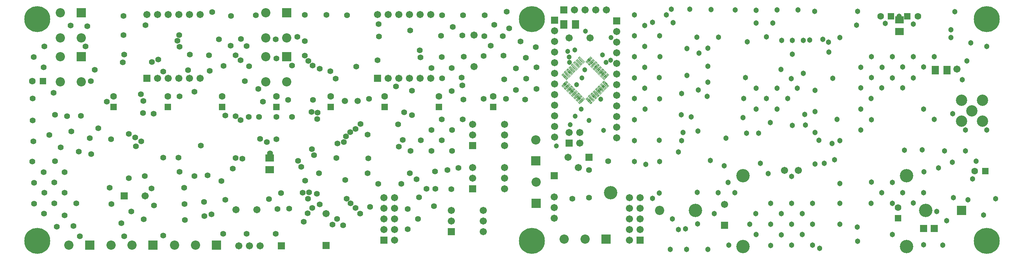
<source format=gts>
%FSLAX43Y43*%
%MOMM*%
G71*
G01*
G75*
%ADD10C,0.300*%
%ADD11C,0.125*%
%ADD12R,1.800X1.600*%
%ADD13R,1.600X1.800*%
%ADD14C,0.400*%
%ADD15C,0.500*%
%ADD16C,0.600*%
%ADD17C,1.000*%
%ADD18C,0.254*%
%ADD19R,1.500X1.500*%
%ADD20C,1.500*%
%ADD21R,2.000X2.000*%
%ADD22C,1.500*%
%ADD23R,1.500X1.500*%
%ADD24C,6.000*%
%ADD25C,3.000*%
%ADD26C,2.000*%
%ADD27R,1.400X1.400*%
%ADD28C,1.400*%
%ADD29C,1.300*%
%ADD30C,2.500*%
%ADD31C,1.000*%
%ADD32C,1.200*%
%ADD33C,1.100*%
%ADD34R,2.300X2.300*%
%ADD35C,0.075*%
%ADD36R,1.300X0.850*%
%ADD37R,3.000X1.500*%
%ADD38R,9.300X12.200*%
%ADD39R,0.300X1.600*%
%ADD40R,0.600X2.200*%
%ADD41R,0.850X1.300*%
%ADD42R,3.000X4.000*%
%ADD43R,0.600X1.600*%
%ADD44O,0.600X1.600*%
%ADD45O,1.600X0.600*%
%ADD46R,4.000X3.000*%
%ADD47R,3.500X8.000*%
%ADD48R,0.950X0.900*%
%ADD49R,0.950X0.900*%
%ADD50R,1.450X0.550*%
%ADD51R,1.050X2.100*%
%ADD52R,10.500X10.300*%
%ADD53R,1.500X0.400*%
%ADD54R,1.500X3.000*%
%ADD55C,1.500*%
%ADD56R,2.003X1.803*%
%ADD57R,1.803X2.003*%
%ADD58R,1.703X1.703*%
%ADD59C,1.703*%
%ADD60R,2.203X2.203*%
%ADD61C,1.703*%
%ADD62R,1.703X1.703*%
%ADD63C,6.203*%
%ADD64C,3.203*%
%ADD65C,2.203*%
%ADD66R,1.603X1.603*%
%ADD67C,1.603*%
%ADD68C,1.503*%
%ADD69C,2.703*%
%ADD70C,1.203*%
%ADD71C,1.403*%
%ADD72C,1.303*%
D11*
X136539Y39709D02*
X136948Y40118D01*
X138170Y38896D01*
X137761Y38487D01*
X136539Y39709D01*
X136687D02*
X136948Y39970D01*
X138023Y38896D01*
X137761Y38634D01*
X136687Y39709D01*
X136834D02*
X136948Y39823D01*
X137876Y38896D01*
X137761Y38781D01*
X136834Y39709D01*
X136956Y39683D02*
X137754Y38921D01*
X134842Y38012D02*
X135251Y38420D01*
X136473Y37198D01*
X136064Y36790D01*
X134842Y38012D01*
X134990D02*
X135251Y38273D01*
X136326Y37198D01*
X136064Y36937D01*
X134990Y38012D01*
X135137D02*
X135251Y38126D01*
X136179Y37198D01*
X136064Y37084D01*
X135137Y38012D01*
X135259Y37986D02*
X136057Y37224D01*
X136948Y43684D02*
X136539Y44093D01*
X137761Y45315D01*
X138170Y44906D01*
X136948Y43684D01*
Y43831D02*
X136687Y44093D01*
X137761Y45167D01*
X138023Y44906D01*
X136948Y43831D01*
Y43978D02*
X136834Y44093D01*
X137761Y45020D01*
X137876Y44906D01*
X136948Y43978D01*
X136974Y44100D02*
X137736Y44898D01*
X137514Y43118D02*
X137105Y43527D01*
X138327Y44749D01*
X138736Y44340D01*
X137514Y43118D01*
Y43265D02*
X137252Y43527D01*
X138327Y44602D01*
X138589Y44340D01*
X137514Y43265D01*
Y43413D02*
X137400Y43527D01*
X138327Y44454D01*
X138441Y44340D01*
X137514Y43413D01*
X137539Y43535D02*
X138302Y44333D01*
X135974Y39143D02*
X136383Y39552D01*
X137605Y38330D01*
X137196Y37921D01*
X135974Y39143D01*
X136121D02*
X136383Y39405D01*
X137457Y38330D01*
X137196Y38068D01*
X136121Y39143D01*
X136268D02*
X136383Y39257D01*
X137310Y38330D01*
X137196Y38216D01*
X136268Y39143D01*
X136390Y39117D02*
X137188Y38355D01*
X131342Y46037D02*
X131751Y46446D01*
X132973Y45224D01*
X132564Y44815D01*
X131342Y46037D01*
X131489D02*
X131751Y46299D01*
X132826Y45224D01*
X132564Y44963D01*
X131489Y46037D01*
X131637D02*
X131751Y46152D01*
X132678Y45224D01*
X132564Y45110D01*
X131637Y46037D01*
X131759Y46012D02*
X132557Y45250D01*
X138645Y41987D02*
X138236Y42396D01*
X139458Y43618D01*
X139867Y43209D01*
X138645Y41987D01*
Y42134D02*
X138384Y42396D01*
X139458Y43470D01*
X139720Y43209D01*
X138645Y42134D01*
Y42281D02*
X138531Y42396D01*
X139458Y43323D01*
X139573Y43209D01*
X138645Y42281D01*
X138671Y42403D02*
X139433Y43201D01*
X138080Y42553D02*
X137671Y42961D01*
X138893Y44183D01*
X139302Y43775D01*
X138080Y42553D01*
Y42700D02*
X137818Y42961D01*
X138893Y44036D01*
X139154Y43775D01*
X138080Y42700D01*
Y42847D02*
X137965Y42961D01*
X138893Y43889D01*
X139007Y43775D01*
X138080Y42847D01*
X138105Y42969D02*
X138867Y43767D01*
X136383Y44250D02*
X135974Y44658D01*
X137196Y45880D01*
X137605Y45472D01*
X136383Y44250D01*
Y44397D02*
X136121Y44658D01*
X137196Y45733D01*
X137457Y45472D01*
X136383Y44397D01*
Y44544D02*
X136268Y44658D01*
X137196Y45586D01*
X137310Y45472D01*
X136383Y44544D01*
X136408Y44666D02*
X137170Y45464D01*
X135817Y44815D02*
X135408Y45224D01*
X136630Y46446D01*
X137039Y46037D01*
X135817Y44815D01*
Y44963D02*
X135555Y45224D01*
X136630Y46299D01*
X136892Y46037D01*
X135817Y44963D01*
Y45110D02*
X135703Y45224D01*
X136630Y46152D01*
X136744Y46037D01*
X135817Y45110D01*
X135842Y45232D02*
X136605Y46030D01*
X135251Y45381D02*
X134842Y45790D01*
X136064Y47012D01*
X136473Y46603D01*
X135251Y45381D01*
Y45528D02*
X134990Y45790D01*
X136064Y46865D01*
X136326Y46603D01*
X135251Y45528D01*
Y45676D02*
X135137Y45790D01*
X136064Y46717D01*
X136179Y46603D01*
X135251Y45676D01*
X135277Y45797D02*
X136039Y46595D01*
X134686Y45947D02*
X134277Y46355D01*
X135499Y47577D01*
X135908Y47169D01*
X134686Y45947D01*
Y46094D02*
X134424Y46355D01*
X135499Y47430D01*
X135760Y47169D01*
X134686Y46094D01*
Y46241D02*
X134571Y46355D01*
X135499Y47283D01*
X135613Y47169D01*
X134686Y46241D01*
X134711Y46363D02*
X135473Y47161D01*
X134277Y37446D02*
X134686Y37855D01*
X135908Y36633D01*
X135499Y36224D01*
X134277Y37446D01*
X134424D02*
X134686Y37707D01*
X135760Y36633D01*
X135499Y36371D01*
X134424Y37446D01*
X134571D02*
X134686Y37560D01*
X135613Y36633D01*
X135499Y36519D01*
X134571Y37446D01*
X134693Y37420D02*
X135491Y36658D01*
X135408Y38577D02*
X135817Y38986D01*
X137039Y37764D01*
X136630Y37355D01*
X135408Y38577D01*
X135555D02*
X135817Y38839D01*
X136892Y37764D01*
X136630Y37503D01*
X135555Y38577D01*
X135703D02*
X135817Y38692D01*
X136744Y37764D01*
X136630Y37650D01*
X135703Y38577D01*
X135824Y38552D02*
X136622Y37790D01*
X137105Y40274D02*
X137514Y40683D01*
X138736Y39461D01*
X138327Y39052D01*
X137105Y40274D01*
X137252D02*
X137514Y40536D01*
X138589Y39461D01*
X138327Y39200D01*
X137252Y40274D01*
X137400D02*
X137514Y40389D01*
X138441Y39461D01*
X138327Y39347D01*
X137400Y40274D01*
X137521Y40249D02*
X138320Y39487D01*
X137671Y40840D02*
X138080Y41249D01*
X139302Y40027D01*
X138893Y39618D01*
X137671Y40840D01*
X137818D02*
X138080Y41102D01*
X139154Y40027D01*
X138893Y39765D01*
X137818Y40840D01*
X137965D02*
X138080Y40954D01*
X139007Y40027D01*
X138893Y39913D01*
X137965Y40840D01*
X138087Y40815D02*
X138885Y40052D01*
X138236Y41406D02*
X138645Y41815D01*
X139867Y40593D01*
X139458Y40184D01*
X138236Y41406D01*
X138384D02*
X138645Y41667D01*
X139720Y40593D01*
X139458Y40331D01*
X138384Y41406D01*
X138531D02*
X138645Y41520D01*
X139573Y40593D01*
X139458Y40478D01*
X138531Y41406D01*
X138653Y41380D02*
X139451Y40618D01*
X132882Y36224D02*
X132474Y36633D01*
X133696Y37855D01*
X134104Y37446D01*
X132882Y36224D01*
Y36371D02*
X132621Y36633D01*
X133696Y37707D01*
X133957Y37446D01*
X132882Y36371D01*
Y36518D02*
X132768Y36633D01*
X133696Y37560D01*
X133810Y37446D01*
X132882Y36518D01*
X132908Y36640D02*
X133670Y37438D01*
X132317Y36790D02*
X131908Y37198D01*
X133130Y38420D01*
X133539Y38012D01*
X132317Y36790D01*
Y36937D02*
X132055Y37198D01*
X133130Y38273D01*
X133391Y38012D01*
X132317Y36937D01*
Y37084D02*
X132202Y37198D01*
X133130Y38126D01*
X133244Y38012D01*
X132317Y37084D01*
X132342Y37206D02*
X133104Y38004D01*
X131751Y37355D02*
X131342Y37764D01*
X132564Y38986D01*
X132973Y38577D01*
X131751Y37355D01*
Y37503D02*
X131489Y37764D01*
X132564Y38839D01*
X132826Y38577D01*
X131751Y37503D01*
Y37650D02*
X131637Y37764D01*
X132564Y38692D01*
X132678Y38577D01*
X131751Y37650D01*
X131777Y37772D02*
X132539Y38570D01*
X131185Y37921D02*
X130776Y38330D01*
X131998Y39552D01*
X132407Y39143D01*
X131185Y37921D01*
Y38068D02*
X130924Y38330D01*
X131998Y39405D01*
X132260Y39143D01*
X131185Y38068D01*
Y38216D02*
X131071Y38330D01*
X131998Y39257D01*
X132113Y39143D01*
X131185Y38216D01*
X131211Y38337D02*
X131973Y39135D01*
X130620Y38487D02*
X130211Y38896D01*
X131433Y40118D01*
X131842Y39709D01*
X130620Y38487D01*
Y38634D02*
X130358Y38896D01*
X131433Y39970D01*
X131694Y39709D01*
X130620Y38634D01*
Y38781D02*
X130505Y38896D01*
X131433Y39823D01*
X131547Y39709D01*
X130620Y38781D01*
X130645Y38903D02*
X131407Y39701D01*
X130054Y39052D02*
X129645Y39461D01*
X130867Y40683D01*
X131276Y40274D01*
X130054Y39052D01*
Y39200D02*
X129792Y39461D01*
X130867Y40536D01*
X131129Y40274D01*
X130054Y39200D01*
Y39347D02*
X129940Y39461D01*
X130867Y40389D01*
X130981Y40274D01*
X130054Y39347D01*
X130079Y39469D02*
X130842Y40267D01*
X129488Y39618D02*
X129079Y40027D01*
X130301Y41249D01*
X130710Y40840D01*
X129488Y39618D01*
Y39765D02*
X129227Y40027D01*
X130301Y41102D01*
X130563Y40840D01*
X129488Y39765D01*
Y39913D02*
X129374Y40027D01*
X130301Y40954D01*
X130416Y40840D01*
X129488Y39913D01*
X129514Y40034D02*
X130276Y40832D01*
X128923Y40184D02*
X128514Y40593D01*
X129736Y41815D01*
X130145Y41406D01*
X128923Y40184D01*
Y40331D02*
X128661Y40593D01*
X129736Y41667D01*
X129997Y41406D01*
X128923Y40331D01*
Y40478D02*
X128808Y40593D01*
X129736Y41520D01*
X129850Y41406D01*
X128923Y40478D01*
X128948Y40600D02*
X129710Y41398D01*
X128514Y43209D02*
X128923Y43618D01*
X130145Y42396D01*
X129736Y41987D01*
X128514Y43209D01*
X128661D02*
X128923Y43470D01*
X129997Y42396D01*
X129736Y42134D01*
X128661Y43209D01*
X128808D02*
X128923Y43323D01*
X129850Y42396D01*
X129736Y42281D01*
X128808Y43209D01*
X128930Y43183D02*
X129728Y42421D01*
X129079Y43775D02*
X129488Y44183D01*
X130710Y42961D01*
X130301Y42553D01*
X129079Y43775D01*
X129227D02*
X129488Y44036D01*
X130563Y42961D01*
X130301Y42700D01*
X129227Y43775D01*
X129374D02*
X129488Y43889D01*
X130416Y42961D01*
X130301Y42847D01*
X129374Y43775D01*
X129496Y43749D02*
X130294Y42987D01*
X129645Y44340D02*
X130054Y44749D01*
X131276Y43527D01*
X130867Y43118D01*
X129645Y44340D01*
X129792D02*
X130054Y44602D01*
X131129Y43527D01*
X130867Y43266D01*
X129792Y44340D01*
X129940D02*
X130054Y44454D01*
X130981Y43527D01*
X130867Y43413D01*
X129940Y44340D01*
X130062Y44315D02*
X130860Y43553D01*
X130211Y44906D02*
X130620Y45315D01*
X131842Y44093D01*
X131433Y43684D01*
X130211Y44906D01*
X130358D02*
X130620Y45167D01*
X131694Y44093D01*
X131433Y43831D01*
X130358Y44906D01*
X130505D02*
X130620Y45020D01*
X131547Y44093D01*
X131433Y43979D01*
X130505Y44906D01*
X130627Y44880D02*
X131425Y44118D01*
X130776Y45472D02*
X131185Y45880D01*
X132407Y44658D01*
X131998Y44250D01*
X130776Y45472D01*
X130924D02*
X131185Y45733D01*
X132260Y44658D01*
X131998Y44397D01*
X130924Y45472D01*
X131071D02*
X131185Y45586D01*
X132113Y44658D01*
X131998Y44544D01*
X131071Y45472D01*
X131193Y45446D02*
X131991Y44684D01*
X131908Y46603D02*
X132317Y47012D01*
X133539Y45790D01*
X133130Y45381D01*
X131908Y46603D01*
X132055D02*
X132317Y46865D01*
X133391Y45790D01*
X133130Y45528D01*
X132055Y46603D01*
X132203D02*
X132317Y46717D01*
X133244Y45790D01*
X133130Y45676D01*
X132203Y46603D01*
X132324Y46577D02*
X133122Y45815D01*
X132474Y47169D02*
X132882Y47577D01*
X134104Y46355D01*
X133696Y45947D01*
X132474Y47169D01*
X132621D02*
X132882Y47430D01*
X133957Y46355D01*
X133696Y46094D01*
X132621Y47169D01*
X132768D02*
X132882Y47283D01*
X133810Y46355D01*
X133696Y46241D01*
X132768Y47169D01*
X132890Y47143D02*
X133688Y46381D01*
D56*
X58907Y23287D02*
D03*
X58907Y20487D02*
D03*
X209182Y56288D02*
D03*
X209182Y53488D02*
D03*
D57*
X129112Y55207D02*
D03*
X131912Y55207D02*
D03*
X217788Y44293D02*
D03*
X220588D02*
D03*
D58*
X135100Y23500D02*
D03*
X130400Y26900D02*
D03*
X141700Y56100D02*
D03*
X129100Y58700D02*
D03*
X126900Y56200D02*
D03*
X86200Y3700D02*
D03*
X29650Y42380D02*
D03*
X72400Y2375D02*
D03*
X84650Y42380D02*
D03*
X24199Y14207D02*
D03*
X61708Y2291D02*
D03*
X126833Y19108D02*
D03*
X167493Y7199D02*
D03*
X215005Y6412D02*
D03*
X217505D02*
D03*
X147300Y3700D02*
D03*
D59*
X130400Y29440D02*
D03*
X132940Y26900D02*
D03*
Y29440D02*
D03*
X141700Y53560D02*
D03*
Y51020D02*
D03*
Y48480D02*
D03*
Y45940D02*
D03*
Y43400D02*
D03*
Y40860D02*
D03*
Y38320D02*
D03*
Y35780D02*
D03*
Y33240D02*
D03*
Y30700D02*
D03*
Y28160D02*
D03*
X131640Y58700D02*
D03*
X134180D02*
D03*
X136720D02*
D03*
X139260D02*
D03*
X126900Y53660D02*
D03*
Y51120D02*
D03*
Y48580D02*
D03*
Y46040D02*
D03*
Y43500D02*
D03*
Y40960D02*
D03*
Y38420D02*
D03*
Y35880D02*
D03*
Y33340D02*
D03*
Y30800D02*
D03*
Y28260D02*
D03*
X88740Y13860D02*
D03*
X86200D02*
D03*
X88740Y11320D02*
D03*
X86200D02*
D03*
X88740Y8780D02*
D03*
X86200Y8780D02*
D03*
X88740Y6240D02*
D03*
X86200D02*
D03*
X88740Y3700D02*
D03*
X72400Y10010D02*
D03*
X97350Y57620D02*
D03*
X94810D02*
D03*
X92270D02*
D03*
X89730D02*
D03*
X87190D02*
D03*
X84650D02*
D03*
X97350Y42380D02*
D03*
X94810D02*
D03*
X92270D02*
D03*
X89730D02*
D03*
X87190D02*
D03*
X42350Y57620D02*
D03*
X39810D02*
D03*
X37270D02*
D03*
X34730D02*
D03*
X32190D02*
D03*
X29650D02*
D03*
X42350Y42380D02*
D03*
X39810D02*
D03*
X37270D02*
D03*
X34730D02*
D03*
X32190D02*
D03*
X29199Y14207D02*
D03*
X51548Y2291D02*
D03*
X54088D02*
D03*
X56628D02*
D03*
X55908Y10900D02*
D03*
X50908Y10900D02*
D03*
X126833Y8948D02*
D03*
X126833Y11488D02*
D03*
Y14028D02*
D03*
X135408Y52000D02*
D03*
X130408Y52000D02*
D03*
X132600Y21000D02*
D03*
X130100Y23500D02*
D03*
X107700Y52650D02*
D03*
Y45150D02*
D03*
X167493Y12199D02*
D03*
X144760Y3700D02*
D03*
X147300Y6240D02*
D03*
X144760D02*
D03*
X147300Y8780D02*
D03*
X144760Y8780D02*
D03*
X147300Y11320D02*
D03*
X144760D02*
D03*
X147300Y13860D02*
D03*
X144760D02*
D03*
X222925Y44525D02*
D03*
X185075Y20350D02*
D03*
X181750Y20325D02*
D03*
D60*
X13999Y58009D02*
D03*
X139225Y3899D02*
D03*
X46201Y2499D02*
D03*
X31101D02*
D03*
X122408Y22606D02*
D03*
X122508Y12506D02*
D03*
X16006Y2508D02*
D03*
X62999Y58009D02*
D03*
X62999Y47509D02*
D03*
X13999Y47509D02*
D03*
X224000Y10800D02*
D03*
D61*
X109910Y10740D02*
D03*
Y8200D02*
D03*
Y5660D02*
D03*
X102290Y10740D02*
D03*
Y8200D02*
D03*
X115010Y21040D02*
D03*
X115010Y18500D02*
D03*
X115010Y15960D02*
D03*
X107390Y21040D02*
D03*
Y18500D02*
D03*
X115010Y31340D02*
D03*
Y28800D02*
D03*
Y26260D02*
D03*
X107390Y31340D02*
D03*
Y28800D02*
D03*
D62*
X102290Y5660D02*
D03*
X107390Y15960D02*
D03*
X107390Y26260D02*
D03*
D63*
X3500Y3500D02*
D03*
X121500D02*
D03*
Y56500D02*
D03*
X3500D02*
D03*
X230000D02*
D03*
Y3500D02*
D03*
D64*
X140324Y14975D02*
D03*
X210900Y2100D02*
D03*
Y19100D02*
D03*
X171900D02*
D03*
Y2100D02*
D03*
X160500Y10800D02*
D03*
X215500D02*
D03*
D65*
X21101Y2499D02*
D03*
X134225Y3899D02*
D03*
X129225D02*
D03*
X41201Y2499D02*
D03*
X36201D02*
D03*
X26101D02*
D03*
X122408Y27606D02*
D03*
X122508Y17506D02*
D03*
X11006Y2508D02*
D03*
X8999Y52009D02*
D03*
X13999Y52009D02*
D03*
X8999Y58009D02*
D03*
X57999D02*
D03*
X62999Y52009D02*
D03*
X57999D02*
D03*
Y41509D02*
D03*
X62999D02*
D03*
X57999Y47509D02*
D03*
X8999D02*
D03*
X13999Y41509D02*
D03*
X8999D02*
D03*
X152000Y10800D02*
D03*
D66*
X21683Y35511D02*
D03*
X34626Y35511D02*
D03*
X47569Y35511D02*
D03*
X60512D02*
D03*
X73455Y35511D02*
D03*
X86398Y35511D02*
D03*
X99340Y35511D02*
D03*
X112283Y35511D02*
D03*
X4789Y41692D02*
D03*
X208892Y8911D02*
D03*
X207189Y57192D02*
D03*
X211111Y57208D02*
D03*
X229689Y20192D02*
D03*
D67*
X21683Y38011D02*
D03*
X34626D02*
D03*
X47569D02*
D03*
X60512D02*
D03*
X73455D02*
D03*
X86398D02*
D03*
X99340D02*
D03*
X112283D02*
D03*
X2289Y41692D02*
D03*
X208892Y11411D02*
D03*
X204689Y57192D02*
D03*
X213611Y57208D02*
D03*
X227189Y20192D02*
D03*
D68*
X76850Y36900D02*
D03*
X79950D02*
D03*
D69*
X229000Y37100D02*
D03*
X226500Y34600D02*
D03*
X224000Y37100D02*
D03*
Y32100D02*
D03*
X229000D02*
D03*
D70*
X130400Y47450D02*
D03*
X130025Y48825D02*
D03*
X138600Y29925D02*
D03*
X127375Y26200D02*
D03*
X130650Y31300D02*
D03*
X131825Y33300D02*
D03*
X133250Y35000D02*
D03*
X137925Y37325D02*
D03*
X140325Y46675D02*
D03*
X134125Y44400D02*
D03*
X130482Y46175D02*
D03*
X135150Y32300D02*
D03*
X139150Y46125D02*
D03*
X138375Y47950D02*
D03*
X133404Y42400D02*
D03*
X131775Y49125D02*
D03*
X134300Y53650D02*
D03*
X140375Y52100D02*
D03*
X132125Y40800D02*
D03*
D71*
X116100Y54300D02*
D03*
X20100Y36750D02*
D03*
X74700Y42275D02*
D03*
X64300Y45425D02*
D03*
X57300Y36750D02*
D03*
X63325Y37200D02*
D03*
X131149Y13525D02*
D03*
X139674Y22525D02*
D03*
X135149Y20450D02*
D03*
Y13825D02*
D03*
X110275Y57400D02*
D03*
X105100Y57450D02*
D03*
X100075Y57400D02*
D03*
X102600Y54625D02*
D03*
X104925Y52600D02*
D03*
X110150Y52400D02*
D03*
X104750Y42500D02*
D03*
X100100Y42350D02*
D03*
X102400Y44800D02*
D03*
X97575D02*
D03*
X100000Y47450D02*
D03*
X105250Y47500D02*
D03*
X109975Y47700D02*
D03*
X82650Y37400D02*
D03*
X92900Y39400D02*
D03*
X102400Y39325D02*
D03*
X110000Y37425D02*
D03*
X105125Y37300D02*
D03*
X122625Y45000D02*
D03*
X122600Y39825D02*
D03*
X119900Y37250D02*
D03*
X120175Y42300D02*
D03*
X120025Y47300D02*
D03*
X117650Y44700D02*
D03*
X117700Y39575D02*
D03*
X115300Y37425D02*
D03*
X114875Y42100D02*
D03*
X114750Y47800D02*
D03*
X114550Y52400D02*
D03*
X112550Y55100D02*
D03*
X115500Y58275D02*
D03*
X118800Y51150D02*
D03*
X122400Y49825D02*
D03*
X33550Y44000D02*
D03*
X25900Y10550D02*
D03*
X25350Y18500D02*
D03*
X20700Y16150D02*
D03*
X21150Y12300D02*
D03*
X33500Y4775D02*
D03*
X13650Y4600D02*
D03*
X12100Y7025D02*
D03*
X8125Y6900D02*
D03*
X2300Y22450D02*
D03*
X7675Y22500D02*
D03*
X12775Y12500D02*
D03*
X9950Y9600D02*
D03*
X5100Y10000D02*
D03*
X2700Y12375D02*
D03*
X2750Y17400D02*
D03*
X7550Y12500D02*
D03*
X10000Y15025D02*
D03*
X5150Y15000D02*
D03*
X7500Y17475D02*
D03*
X9950Y19900D02*
D03*
X5000Y19925D02*
D03*
X15425Y54800D02*
D03*
X15025Y50000D02*
D03*
X16225Y41700D02*
D03*
X11450Y55000D02*
D03*
X60500Y47075D02*
D03*
X60400Y51675D02*
D03*
X84900Y55325D02*
D03*
X77400Y57450D02*
D03*
X72450Y57500D02*
D03*
X67300Y57525D02*
D03*
X52100Y51725D02*
D03*
X45200Y58150D02*
D03*
X29300Y55050D02*
D03*
X23900Y46125D02*
D03*
X28800Y36925D02*
D03*
X28700Y34025D02*
D03*
X21075Y27800D02*
D03*
X16000Y28050D02*
D03*
X11600Y29625D02*
D03*
X7725Y33600D02*
D03*
X7350Y38900D02*
D03*
X6350Y28800D02*
D03*
X2500Y27250D02*
D03*
X2400Y32275D02*
D03*
Y37550D02*
D03*
X5025Y45000D02*
D03*
X2600Y47450D02*
D03*
X5150Y50000D02*
D03*
X38700Y8475D02*
D03*
X38575Y12300D02*
D03*
X31300Y11925D02*
D03*
X28900Y8650D02*
D03*
X29100Y18950D02*
D03*
X33500Y23425D02*
D03*
X37175Y23400D02*
D03*
X37425Y20000D02*
D03*
X38550Y16200D02*
D03*
X44100Y19125D02*
D03*
X40950Y19000D02*
D03*
X52375Y23100D02*
D03*
X47400Y17800D02*
D03*
X50100Y20750D02*
D03*
X47800Y5150D02*
D03*
X53400D02*
D03*
X73900Y7400D02*
D03*
X67025Y8100D02*
D03*
X63625Y11200D02*
D03*
X65700Y22650D02*
D03*
X67400Y17925D02*
D03*
X70675Y19700D02*
D03*
X82275D02*
D03*
X92400Y19675D02*
D03*
X82900Y11625D02*
D03*
X91900Y6275D02*
D03*
X94350Y8700D02*
D03*
X91900Y11125D02*
D03*
X94550Y13900D02*
D03*
X98500Y15975D02*
D03*
X98125Y11800D02*
D03*
X102300Y15850D02*
D03*
X105000Y32525D02*
D03*
X97500Y30000D02*
D03*
X100025Y32525D02*
D03*
X102475Y30000D02*
D03*
Y24975D02*
D03*
X100025Y27500D02*
D03*
X97500Y24975D02*
D03*
X94975Y27500D02*
D03*
X92525Y24975D02*
D03*
X89575Y31325D02*
D03*
X82325Y28875D02*
D03*
X64300Y33125D02*
D03*
X60550Y33100D02*
D03*
X56425D02*
D03*
X68950Y34300D02*
D03*
X69225Y37200D02*
D03*
X70350Y34150D02*
D03*
X59000Y24425D02*
D03*
X42475Y26225D02*
D03*
X27000Y26075D02*
D03*
X60775Y11075D02*
D03*
X30700Y16050D02*
D03*
X61650Y14925D02*
D03*
X43275Y12800D02*
D03*
X50825Y23300D02*
D03*
X9025Y25875D02*
D03*
X16325Y24200D02*
D03*
X90350Y17100D02*
D03*
X68360Y15115D02*
D03*
X84850Y17100D02*
D03*
X101350Y20400D02*
D03*
X76425Y7200D02*
D03*
X75020Y8780D02*
D03*
X96325Y15900D02*
D03*
X24074Y57276D02*
D03*
X24050Y52650D02*
D03*
X37350Y52700D02*
D03*
X92425Y53775D02*
D03*
X24175Y48000D02*
D03*
X39900D02*
D03*
X94775Y49075D02*
D03*
X37450Y38075D02*
D03*
X37425Y49875D02*
D03*
X49650Y50175D02*
D03*
X41000Y39175D02*
D03*
X44425Y47825D02*
D03*
X50800Y47850D02*
D03*
X32307Y46807D02*
D03*
X52025Y46650D02*
D03*
X28200Y38575D02*
D03*
X31225Y33900D02*
D03*
X48375Y33500D02*
D03*
X13925Y33375D02*
D03*
X50775Y33275D02*
D03*
X10550Y33325D02*
D03*
X52025Y32375D02*
D03*
X49707Y57232D02*
D03*
X53925Y33100D02*
D03*
X53975Y45250D02*
D03*
X47950Y45300D02*
D03*
X30850Y46250D02*
D03*
X73425Y44075D02*
D03*
X55600Y57450D02*
D03*
X56225Y39825D02*
D03*
X36950Y51325D02*
D03*
X46850Y51650D02*
D03*
X44650Y44150D02*
D03*
X52975Y41675D02*
D03*
X53400Y50075D02*
D03*
X111650Y50175D02*
D03*
X39425Y44275D02*
D03*
X65525Y52300D02*
D03*
X84975Y52325D02*
D03*
X99825Y52525D02*
D03*
X67325Y51200D02*
D03*
X67350Y47750D02*
D03*
X94900Y47325D02*
D03*
X84625Y46650D02*
D03*
X68175Y46475D02*
D03*
X69175Y45375D02*
D03*
X79625Y45175D02*
D03*
X91025Y34200D02*
D03*
X70275Y32600D02*
D03*
X92850Y33525D02*
D03*
X70850Y44675D02*
D03*
X18025Y30450D02*
D03*
X80600Y31425D02*
D03*
X80525Y10050D02*
D03*
X67950Y10100D02*
D03*
X25325Y29100D02*
D03*
X79425Y30275D02*
D03*
X79400Y11350D02*
D03*
X69100D02*
D03*
X26850Y28225D02*
D03*
X78175Y29475D02*
D03*
X78250Y12425D02*
D03*
X70900Y12225D02*
D03*
X28250Y27250D02*
D03*
X77100Y28475D02*
D03*
X77325Y13550D02*
D03*
X68075Y13600D02*
D03*
X66775Y15025D02*
D03*
X58750Y13450D02*
D03*
X60325Y5175D02*
D03*
X23525Y7725D02*
D03*
X70200Y14775D02*
D03*
X66425Y21200D02*
D03*
X69025Y25450D02*
D03*
X69550Y24000D02*
D03*
X60525Y27750D02*
D03*
X56625Y27900D02*
D03*
X75125Y26800D02*
D03*
X58275Y27150D02*
D03*
X74875Y23275D02*
D03*
X45075Y9825D02*
D03*
X48375Y13350D02*
D03*
X43325Y9450D02*
D03*
X17200Y44425D02*
D03*
X13400Y24850D02*
D03*
X24250Y4575D02*
D03*
X76600Y27100D02*
D03*
X76950Y18050D02*
D03*
X93950Y18225D02*
D03*
X98400Y20050D02*
D03*
X103950Y20925D02*
D03*
X82450Y23200D02*
D03*
X89725Y26000D02*
D03*
X90700Y27600D02*
D03*
X89100Y40425D02*
D03*
X104925Y40650D02*
D03*
D72*
X157250Y27475D02*
D03*
X158175Y6350D02*
D03*
X156450Y6200D02*
D03*
Y24725D02*
D03*
X190900Y51650D02*
D03*
X199187Y58388D02*
D03*
X192275Y51025D02*
D03*
X198975Y55075D02*
D03*
X193100Y26800D02*
D03*
X181075Y51425D02*
D03*
X183660Y51410D02*
D03*
X186300Y51375D02*
D03*
X188937Y58388D02*
D03*
X221825Y22250D02*
D03*
X221525Y53975D02*
D03*
X183450Y18925D02*
D03*
X209160Y57182D02*
D03*
X175000Y5000D02*
D03*
X174950Y10000D02*
D03*
X169900Y15000D02*
D03*
X165000Y10000D02*
D03*
X174975Y55600D02*
D03*
X177500Y52300D02*
D03*
X179000Y55525D02*
D03*
X170000Y58675D02*
D03*
X175000Y58650D02*
D03*
X180000Y58700D02*
D03*
X185000Y58675D02*
D03*
X192325Y48600D02*
D03*
X195000Y52050D02*
D03*
X187800Y51525D02*
D03*
X189050Y39500D02*
D03*
X183375Y42300D02*
D03*
X175000Y35000D02*
D03*
X177500Y37500D02*
D03*
X175000Y40000D02*
D03*
X172500Y42525D02*
D03*
X172900Y51075D02*
D03*
X172750Y29200D02*
D03*
X175575D02*
D03*
X178400Y31750D02*
D03*
X177900Y19575D02*
D03*
X176050Y22000D02*
D03*
X183600Y31075D02*
D03*
X190000Y27500D02*
D03*
X189050Y21900D02*
D03*
X195000Y17225D02*
D03*
X194975Y12500D02*
D03*
X195000Y7475D02*
D03*
X199200Y3375D02*
D03*
X199175Y6800D02*
D03*
X202475Y12500D02*
D03*
X202500Y17525D02*
D03*
X205000Y14975D02*
D03*
X207500Y17500D02*
D03*
Y12500D02*
D03*
X210000Y15000D02*
D03*
X207500Y5000D02*
D03*
X215000Y15000D02*
D03*
X215025Y20000D02*
D03*
X212500Y12525D02*
D03*
X215000Y2525D02*
D03*
X218100Y10550D02*
D03*
X220500Y8350D02*
D03*
X222100Y13825D02*
D03*
X225525Y13300D02*
D03*
X232125Y13600D02*
D03*
X226650Y18300D02*
D03*
X218550Y20900D02*
D03*
X227475Y22500D02*
D03*
X225000Y25000D02*
D03*
Y29975D02*
D03*
X230000Y30000D02*
D03*
X220000Y25025D02*
D03*
X230075Y50000D02*
D03*
X221450Y52100D02*
D03*
X205825Y55500D02*
D03*
X212550Y55300D02*
D03*
X195000Y27475D02*
D03*
X194350Y32500D02*
D03*
X217500Y32525D02*
D03*
X215000Y35000D02*
D03*
X199975Y35000D02*
D03*
X200000Y40025D02*
D03*
X200000Y45000D02*
D03*
X205025D02*
D03*
X207500Y47525D02*
D03*
X210000Y45025D02*
D03*
X212500Y47475D02*
D03*
X215000Y45025D02*
D03*
X217500Y47475D02*
D03*
X212500Y42475D02*
D03*
X207500Y42475D02*
D03*
X202500Y42550D02*
D03*
X202450Y37500D02*
D03*
X202500Y32475D02*
D03*
X205000Y40025D02*
D03*
X210000D02*
D03*
X202525Y47500D02*
D03*
X219575Y2500D02*
D03*
X190125Y1700D02*
D03*
X155025Y8700D02*
D03*
X155225Y55625D02*
D03*
X193725Y22875D02*
D03*
X191275Y22025D02*
D03*
X150250Y13650D02*
D03*
Y55700D02*
D03*
X183600Y48125D02*
D03*
X180900Y44500D02*
D03*
X161225Y39550D02*
D03*
X161350Y48350D02*
D03*
X159475Y33150D02*
D03*
X158475Y43000D02*
D03*
X186575Y33675D02*
D03*
X186250Y43550D02*
D03*
X221900Y33900D02*
D03*
X153600Y57525D02*
D03*
X167375Y21450D02*
D03*
X167775Y28025D02*
D03*
X161150Y29700D02*
D03*
X148650Y21750D02*
D03*
X214600Y25250D02*
D03*
X210400Y25150D02*
D03*
X163500Y45250D02*
D03*
X163450Y41400D02*
D03*
X163500Y49550D02*
D03*
X180000Y40000D02*
D03*
X182550Y37500D02*
D03*
X180025Y35000D02*
D03*
X184850Y40000D02*
D03*
X189100Y34375D02*
D03*
X189050Y29400D02*
D03*
X186800Y31150D02*
D03*
X193300Y42325D02*
D03*
X200000Y30000D02*
D03*
X164250Y58800D02*
D03*
X159200Y58825D02*
D03*
X154800Y58875D02*
D03*
X146000Y57475D02*
D03*
X148450Y55000D02*
D03*
X145975Y52500D02*
D03*
X148450Y50000D02*
D03*
X145975Y47500D02*
D03*
X148450Y45000D02*
D03*
X146000Y42475D02*
D03*
X148425Y40000D02*
D03*
X146000Y37500D02*
D03*
X148500Y34950D02*
D03*
X146000Y32450D02*
D03*
Y27450D02*
D03*
Y22475D02*
D03*
X151900Y14925D02*
D03*
X152000Y22450D02*
D03*
X151925Y27500D02*
D03*
X152000Y37475D02*
D03*
X151925Y42500D02*
D03*
X152025Y47500D02*
D03*
X151975Y52500D02*
D03*
X158475Y49500D02*
D03*
X160900Y52175D02*
D03*
X166000D02*
D03*
X172025Y37500D02*
D03*
X171900Y32925D02*
D03*
X163350Y38000D02*
D03*
X186000Y4975D02*
D03*
X181000Y4950D02*
D03*
X183450Y7500D02*
D03*
X186000Y9975D02*
D03*
X181000Y10025D02*
D03*
X178500Y7475D02*
D03*
Y2425D02*
D03*
X183500Y2500D02*
D03*
X188500D02*
D03*
Y7450D02*
D03*
X188475Y12500D02*
D03*
X183500Y12475D02*
D03*
X178450Y12500D02*
D03*
X173500Y7450D02*
D03*
X168475Y2500D02*
D03*
X163450Y1500D02*
D03*
X158450D02*
D03*
X154500Y1500D02*
D03*
D03*
X161000Y7525D02*
D03*
X160950Y15100D02*
D03*
D03*
X165950Y15000D02*
D03*
X168350Y17500D02*
D03*
X164100Y22675D02*
D03*
X157600Y29375D02*
D03*
X157150Y33600D02*
D03*
X157200Y38725D02*
D03*
X225300Y46525D02*
D03*
X224200Y41975D02*
D03*
X222400Y58275D02*
D03*
X226200Y50800D02*
D03*
X229237Y9662D02*
D03*
M02*

</source>
